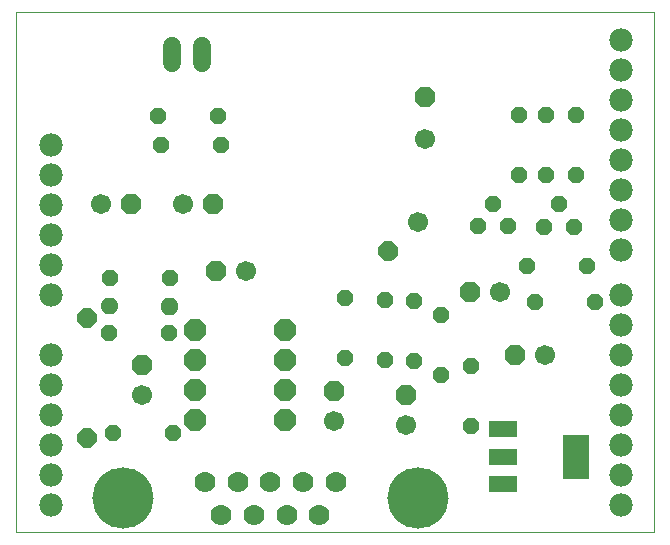
<source format=gts>
G75*
%MOIN*%
%OFA0B0*%
%FSLAX25Y25*%
%IPPOS*%
%LPD*%
%AMOC8*
5,1,8,0,0,1.08239X$1,22.5*
%
%ADD10C,0.00000*%
%ADD11C,0.01340*%
%ADD12C,0.06700*%
%ADD13OC8,0.06700*%
%ADD14OC8,0.07200*%
%ADD15C,0.07800*%
%ADD16C,0.07000*%
%ADD17C,0.20400*%
%ADD18OC8,0.05600*%
%ADD19C,0.01120*%
%ADD20R,0.09200X0.05200*%
%ADD21R,0.09061X0.14573*%
%ADD22C,0.06000*%
%ADD23OC8,0.06400*%
D10*
X0173228Y0070866D02*
X0173228Y0244094D01*
X0385827Y0244094D01*
X0385827Y0070866D01*
X0173228Y0070866D01*
D11*
X0295185Y0164047D02*
X0294515Y0163377D01*
X0294522Y0165596D01*
X0296098Y0167160D01*
X0298317Y0167153D01*
X0299881Y0165577D01*
X0299874Y0163358D01*
X0298298Y0161794D01*
X0296079Y0161801D01*
X0294515Y0163377D01*
X0295522Y0163789D01*
X0295527Y0165177D01*
X0296510Y0166153D01*
X0297898Y0166148D01*
X0298874Y0165165D01*
X0298869Y0163777D01*
X0297886Y0162801D01*
X0296498Y0162806D01*
X0295522Y0163789D01*
X0296528Y0164202D01*
X0296530Y0164757D01*
X0296923Y0165147D01*
X0297478Y0165145D01*
X0297868Y0164752D01*
X0297866Y0164197D01*
X0297473Y0163807D01*
X0296918Y0163809D01*
X0296528Y0164202D01*
D12*
X0307132Y0174342D03*
X0309567Y0201780D03*
X0334567Y0151024D03*
X0349488Y0129921D03*
X0303268Y0106535D03*
X0279173Y0107992D03*
X0249764Y0157874D03*
X0228819Y0180197D03*
X0201732Y0180197D03*
X0215236Y0116378D03*
D13*
X0215236Y0126378D03*
X0239764Y0157874D03*
X0238819Y0180197D03*
X0211732Y0180197D03*
X0279173Y0117992D03*
X0303268Y0116535D03*
X0324567Y0151024D03*
X0339488Y0129921D03*
X0309567Y0215780D03*
D14*
X0262756Y0138307D03*
X0262756Y0128307D03*
X0262756Y0118307D03*
X0262756Y0108307D03*
X0232756Y0108307D03*
X0232756Y0118307D03*
X0232756Y0128307D03*
X0232756Y0138307D03*
D15*
X0185000Y0130000D03*
X0185000Y0120000D03*
X0185000Y0110000D03*
X0185000Y0100000D03*
X0185000Y0090000D03*
X0185000Y0080000D03*
X0185000Y0150000D03*
X0185000Y0160000D03*
X0185000Y0170000D03*
X0185000Y0180000D03*
X0185000Y0190000D03*
X0185000Y0200000D03*
X0375000Y0195000D03*
X0375000Y0205000D03*
X0375000Y0215000D03*
X0375000Y0225000D03*
X0375000Y0235000D03*
X0375000Y0185000D03*
X0375000Y0175000D03*
X0375000Y0165000D03*
X0375000Y0150000D03*
X0375000Y0140000D03*
X0375000Y0130000D03*
X0375000Y0120000D03*
X0375000Y0110000D03*
X0375000Y0100000D03*
X0375000Y0090000D03*
X0375000Y0080000D03*
D16*
X0279843Y0087677D03*
X0268937Y0087677D03*
X0258031Y0087677D03*
X0247126Y0087677D03*
X0236220Y0087677D03*
X0241673Y0076496D03*
X0252579Y0076496D03*
X0263484Y0076496D03*
X0274390Y0076496D03*
D17*
X0307224Y0082087D03*
X0208839Y0082087D03*
D18*
X0205591Y0103701D03*
X0225591Y0103701D03*
X0224252Y0137165D03*
X0224567Y0155512D03*
X0204567Y0155512D03*
X0204252Y0137165D03*
X0221417Y0199803D03*
X0220709Y0209606D03*
X0240709Y0209606D03*
X0241417Y0199803D03*
X0282835Y0148819D03*
X0296220Y0148110D03*
X0305748Y0148031D03*
X0314921Y0143110D03*
X0305748Y0128031D03*
X0296220Y0128110D03*
X0282835Y0128819D03*
X0314921Y0123110D03*
X0324803Y0126142D03*
X0324803Y0106142D03*
X0346299Y0147638D03*
X0343661Y0159685D03*
X0349291Y0172677D03*
X0354291Y0180177D03*
X0359291Y0172677D03*
X0363661Y0159685D03*
X0366299Y0147638D03*
X0337126Y0172717D03*
X0332126Y0180217D03*
X0327126Y0172717D03*
X0340748Y0190000D03*
X0349843Y0190000D03*
X0360000Y0190000D03*
X0360000Y0210000D03*
X0349843Y0210000D03*
X0340748Y0210000D03*
D19*
X0225928Y0145890D02*
X0226488Y0145330D01*
X0225171Y0144021D01*
X0223318Y0144028D01*
X0222009Y0145345D01*
X0222016Y0147198D01*
X0223333Y0148507D01*
X0225186Y0148500D01*
X0226495Y0147183D01*
X0226488Y0145330D01*
X0225649Y0145681D01*
X0224826Y0144862D01*
X0223669Y0144867D01*
X0222850Y0145690D01*
X0222855Y0146847D01*
X0223678Y0147666D01*
X0224835Y0147661D01*
X0225654Y0146838D01*
X0225649Y0145681D01*
X0224811Y0146032D01*
X0224481Y0145704D01*
X0224020Y0145705D01*
X0223692Y0146035D01*
X0223693Y0146496D01*
X0224023Y0146824D01*
X0224484Y0146823D01*
X0224812Y0146493D01*
X0224811Y0146032D01*
X0205928Y0145960D02*
X0206488Y0145400D01*
X0205171Y0144091D01*
X0203318Y0144098D01*
X0202009Y0145415D01*
X0202016Y0147268D01*
X0203333Y0148577D01*
X0205186Y0148570D01*
X0206495Y0147253D01*
X0206488Y0145400D01*
X0205649Y0145751D01*
X0204826Y0144932D01*
X0203669Y0144937D01*
X0202850Y0145760D01*
X0202855Y0146917D01*
X0203678Y0147736D01*
X0204835Y0147731D01*
X0205654Y0146908D01*
X0205649Y0145751D01*
X0204811Y0146102D01*
X0204481Y0145774D01*
X0204020Y0145775D01*
X0203692Y0146105D01*
X0203693Y0146566D01*
X0204023Y0146894D01*
X0204484Y0146893D01*
X0204812Y0146563D01*
X0204811Y0146102D01*
D20*
X0335595Y0105084D03*
X0335595Y0095984D03*
X0335595Y0086884D03*
D21*
X0359996Y0095984D03*
D22*
X0235315Y0227121D02*
X0235315Y0232721D01*
X0225315Y0232721D02*
X0225315Y0227121D01*
D23*
X0196850Y0142047D03*
X0196850Y0102047D03*
M02*

</source>
